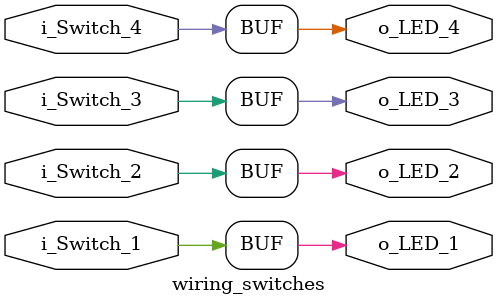
<source format=v>
module wiring_switches
(
  input i_Switch_1,
  input i_Switch_2,
  input i_Switch_3,
  input i_Switch_4,
  output o_LED_1,
  output o_LED_2,
  output o_LED_3,
  output o_LED_4);

  assign o_LED_1 = i_Switch_1;
  assign o_LED_2 = i_Switch_2;
  assign o_LED_3 = i_Switch_3;
  assign o_LED_4 = i_Switch_4;
endmodule

</source>
